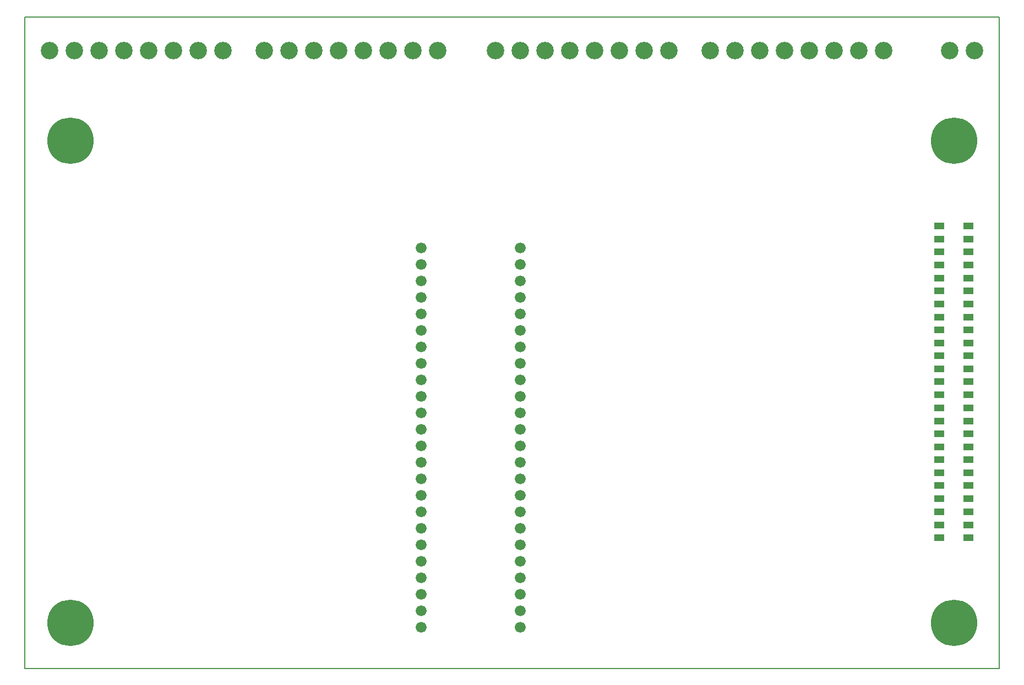
<source format=gbr>
%FSLAX23Y23*%
%MOIN*%
G04 EasyPC Gerber Version 17.0 Build 3379 *
%ADD26R,0.06112X0.04104*%
%ADD10C,0.00500*%
%ADD27C,0.06600*%
%ADD126C,0.10600*%
%ADD25C,0.28100*%
X0Y0D02*
D02*
D10*
X3Y3D02*
X5903D01*
Y3953*
X3*
Y3*
D02*
D25*
X278Y278D03*
Y3203D03*
X5628Y278D03*
Y3203D03*
D02*
D26*
X5539Y795D03*
Y873D03*
Y952D03*
Y1031D03*
Y1110D03*
Y1188D03*
Y1267D03*
Y1346D03*
Y1425D03*
Y1503D03*
Y1582D03*
Y1661D03*
Y1740D03*
Y1818D03*
Y1897D03*
Y1976D03*
Y2054D03*
Y2133D03*
Y2212D03*
Y2291D03*
Y2369D03*
Y2448D03*
Y2527D03*
Y2606D03*
Y2684D03*
X5716Y795D03*
Y873D03*
Y952D03*
Y1031D03*
Y1110D03*
Y1188D03*
Y1267D03*
Y1346D03*
Y1425D03*
Y1503D03*
Y1582D03*
Y1661D03*
Y1740D03*
Y1818D03*
Y1897D03*
Y1976D03*
Y2054D03*
Y2133D03*
Y2212D03*
Y2291D03*
Y2369D03*
Y2448D03*
Y2527D03*
Y2606D03*
Y2684D03*
D02*
D27*
X2403Y253D03*
Y353D03*
Y453D03*
Y553D03*
Y653D03*
Y753D03*
Y853D03*
Y953D03*
Y1053D03*
Y1153D03*
Y1252D03*
Y1353D03*
Y1453D03*
Y1553D03*
Y1653D03*
Y1753D03*
Y1853D03*
Y1953D03*
Y2053D03*
Y2153D03*
Y2253D03*
Y2353D03*
Y2453D03*
Y2553D03*
X3003Y253D03*
Y353D03*
Y453D03*
Y553D03*
Y653D03*
Y753D03*
Y853D03*
Y953D03*
Y1053D03*
Y1153D03*
Y1252D03*
Y1353D03*
Y1453D03*
Y1553D03*
Y1653D03*
Y1753D03*
Y1853D03*
Y1953D03*
Y2053D03*
Y2153D03*
Y2253D03*
Y2353D03*
Y2453D03*
Y2553D03*
D02*
D126*
X153Y3748D03*
X303D03*
X453D03*
X603D03*
X753D03*
X903D03*
X1053D03*
X1202D03*
X1453D03*
X1603D03*
X1753D03*
X1903D03*
X2053D03*
X2203D03*
X2353D03*
X2503D03*
X2853D03*
X3003D03*
X3153D03*
X3303D03*
X3453D03*
X3603D03*
X3753D03*
X3903D03*
X4153D03*
X4303D03*
X4453D03*
X4603D03*
X4753D03*
X4903D03*
X5053D03*
X5203D03*
X5603D03*
X5753D03*
X0Y0D02*
M02*

</source>
